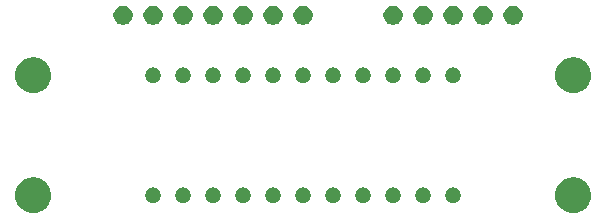
<source format=gbr>
G04 #@! TF.GenerationSoftware,KiCad,Pcbnew,(5.0.2)-1*
G04 #@! TF.CreationDate,2019-03-16T10:06:05-05:00*
G04 #@! TF.ProjectId,CCDBoard_Hardware,43434442-6f61-4726-945f-486172647761,rev?*
G04 #@! TF.SameCoordinates,Original*
G04 #@! TF.FileFunction,Soldermask,Bot*
G04 #@! TF.FilePolarity,Negative*
%FSLAX46Y46*%
G04 Gerber Fmt 4.6, Leading zero omitted, Abs format (unit mm)*
G04 Created by KiCad (PCBNEW (5.0.2)-1) date 3/16/2019 10:06:05 AM*
%MOMM*%
%LPD*%
G01*
G04 APERTURE LIST*
%ADD10C,0.100000*%
G04 APERTURE END LIST*
D10*
G36*
X48557357Y4034913D02*
X48704593Y4005626D01*
X48981979Y3890729D01*
X49229938Y3725047D01*
X49231624Y3723921D01*
X49443921Y3511624D01*
X49443923Y3511621D01*
X49610729Y3261979D01*
X49670818Y3116911D01*
X49725626Y2984592D01*
X49784200Y2690122D01*
X49784200Y2389878D01*
X49754913Y2242643D01*
X49725626Y2095407D01*
X49610729Y1818021D01*
X49445047Y1570062D01*
X49443921Y1568376D01*
X49231624Y1356079D01*
X49231621Y1356077D01*
X48981979Y1189271D01*
X48704593Y1074374D01*
X48557357Y1045087D01*
X48410122Y1015800D01*
X48109878Y1015800D01*
X47962643Y1045087D01*
X47815407Y1074374D01*
X47538021Y1189271D01*
X47288379Y1356077D01*
X47288376Y1356079D01*
X47076079Y1568376D01*
X47074953Y1570062D01*
X46909271Y1818021D01*
X46794374Y2095407D01*
X46765087Y2242643D01*
X46735800Y2389878D01*
X46735800Y2690122D01*
X46794374Y2984592D01*
X46849182Y3116911D01*
X46909271Y3261979D01*
X47076077Y3511621D01*
X47076079Y3511624D01*
X47288376Y3723921D01*
X47290062Y3725047D01*
X47538021Y3890729D01*
X47815407Y4005626D01*
X47962643Y4034913D01*
X48109878Y4064200D01*
X48410122Y4064200D01*
X48557357Y4034913D01*
X48557357Y4034913D01*
G37*
G36*
X2837357Y4034913D02*
X2984593Y4005626D01*
X3261979Y3890729D01*
X3509938Y3725047D01*
X3511624Y3723921D01*
X3723921Y3511624D01*
X3723923Y3511621D01*
X3890729Y3261979D01*
X3950818Y3116911D01*
X4005626Y2984592D01*
X4064200Y2690122D01*
X4064200Y2389878D01*
X4034913Y2242643D01*
X4005626Y2095407D01*
X3890729Y1818021D01*
X3725047Y1570062D01*
X3723921Y1568376D01*
X3511624Y1356079D01*
X3511621Y1356077D01*
X3261979Y1189271D01*
X2984593Y1074374D01*
X2837357Y1045087D01*
X2690122Y1015800D01*
X2389878Y1015800D01*
X2242643Y1045087D01*
X2095407Y1074374D01*
X1818021Y1189271D01*
X1568379Y1356077D01*
X1568376Y1356079D01*
X1356079Y1568376D01*
X1354953Y1570062D01*
X1189271Y1818021D01*
X1074374Y2095407D01*
X1045087Y2242643D01*
X1015800Y2389878D01*
X1015800Y2690122D01*
X1074374Y2984592D01*
X1129182Y3116911D01*
X1189271Y3261979D01*
X1356077Y3511621D01*
X1356079Y3511624D01*
X1568376Y3723921D01*
X1570062Y3725047D01*
X1818021Y3890729D01*
X2095407Y4005626D01*
X2242643Y4034913D01*
X2389878Y4064200D01*
X2690122Y4064200D01*
X2837357Y4034913D01*
X2837357Y4034913D01*
G37*
G36*
X20509890Y3165983D02*
X20628361Y3116911D01*
X20734992Y3045662D01*
X20825662Y2954992D01*
X20896911Y2848361D01*
X20945983Y2729890D01*
X20971000Y2604119D01*
X20971000Y2475881D01*
X20945983Y2350110D01*
X20896911Y2231639D01*
X20825662Y2125008D01*
X20734992Y2034338D01*
X20628361Y1963089D01*
X20509890Y1914017D01*
X20384119Y1889000D01*
X20255881Y1889000D01*
X20130110Y1914017D01*
X20011639Y1963089D01*
X19905008Y2034338D01*
X19814338Y2125008D01*
X19743089Y2231639D01*
X19694017Y2350110D01*
X19669000Y2475881D01*
X19669000Y2604119D01*
X19694017Y2729890D01*
X19743089Y2848361D01*
X19814338Y2954992D01*
X19905008Y3045662D01*
X20011639Y3116911D01*
X20130110Y3165983D01*
X20255881Y3191000D01*
X20384119Y3191000D01*
X20509890Y3165983D01*
X20509890Y3165983D01*
G37*
G36*
X15429890Y3165983D02*
X15548361Y3116911D01*
X15654992Y3045662D01*
X15745662Y2954992D01*
X15816911Y2848361D01*
X15865983Y2729890D01*
X15891000Y2604119D01*
X15891000Y2475881D01*
X15865983Y2350110D01*
X15816911Y2231639D01*
X15745662Y2125008D01*
X15654992Y2034338D01*
X15548361Y1963089D01*
X15429890Y1914017D01*
X15304119Y1889000D01*
X15175881Y1889000D01*
X15050110Y1914017D01*
X14931639Y1963089D01*
X14825008Y2034338D01*
X14734338Y2125008D01*
X14663089Y2231639D01*
X14614017Y2350110D01*
X14589000Y2475881D01*
X14589000Y2604119D01*
X14614017Y2729890D01*
X14663089Y2848361D01*
X14734338Y2954992D01*
X14825008Y3045662D01*
X14931639Y3116911D01*
X15050110Y3165983D01*
X15175881Y3191000D01*
X15304119Y3191000D01*
X15429890Y3165983D01*
X15429890Y3165983D01*
G37*
G36*
X17969890Y3165983D02*
X18088361Y3116911D01*
X18194992Y3045662D01*
X18285662Y2954992D01*
X18356911Y2848361D01*
X18405983Y2729890D01*
X18431000Y2604119D01*
X18431000Y2475881D01*
X18405983Y2350110D01*
X18356911Y2231639D01*
X18285662Y2125008D01*
X18194992Y2034338D01*
X18088361Y1963089D01*
X17969890Y1914017D01*
X17844119Y1889000D01*
X17715881Y1889000D01*
X17590110Y1914017D01*
X17471639Y1963089D01*
X17365008Y2034338D01*
X17274338Y2125008D01*
X17203089Y2231639D01*
X17154017Y2350110D01*
X17129000Y2475881D01*
X17129000Y2604119D01*
X17154017Y2729890D01*
X17203089Y2848361D01*
X17274338Y2954992D01*
X17365008Y3045662D01*
X17471639Y3116911D01*
X17590110Y3165983D01*
X17715881Y3191000D01*
X17844119Y3191000D01*
X17969890Y3165983D01*
X17969890Y3165983D01*
G37*
G36*
X23049890Y3165983D02*
X23168361Y3116911D01*
X23274992Y3045662D01*
X23365662Y2954992D01*
X23436911Y2848361D01*
X23485983Y2729890D01*
X23511000Y2604119D01*
X23511000Y2475881D01*
X23485983Y2350110D01*
X23436911Y2231639D01*
X23365662Y2125008D01*
X23274992Y2034338D01*
X23168361Y1963089D01*
X23049890Y1914017D01*
X22924119Y1889000D01*
X22795881Y1889000D01*
X22670110Y1914017D01*
X22551639Y1963089D01*
X22445008Y2034338D01*
X22354338Y2125008D01*
X22283089Y2231639D01*
X22234017Y2350110D01*
X22209000Y2475881D01*
X22209000Y2604119D01*
X22234017Y2729890D01*
X22283089Y2848361D01*
X22354338Y2954992D01*
X22445008Y3045662D01*
X22551639Y3116911D01*
X22670110Y3165983D01*
X22795881Y3191000D01*
X22924119Y3191000D01*
X23049890Y3165983D01*
X23049890Y3165983D01*
G37*
G36*
X25589890Y3165983D02*
X25708361Y3116911D01*
X25814992Y3045662D01*
X25905662Y2954992D01*
X25976911Y2848361D01*
X26025983Y2729890D01*
X26051000Y2604119D01*
X26051000Y2475881D01*
X26025983Y2350110D01*
X25976911Y2231639D01*
X25905662Y2125008D01*
X25814992Y2034338D01*
X25708361Y1963089D01*
X25589890Y1914017D01*
X25464119Y1889000D01*
X25335881Y1889000D01*
X25210110Y1914017D01*
X25091639Y1963089D01*
X24985008Y2034338D01*
X24894338Y2125008D01*
X24823089Y2231639D01*
X24774017Y2350110D01*
X24749000Y2475881D01*
X24749000Y2604119D01*
X24774017Y2729890D01*
X24823089Y2848361D01*
X24894338Y2954992D01*
X24985008Y3045662D01*
X25091639Y3116911D01*
X25210110Y3165983D01*
X25335881Y3191000D01*
X25464119Y3191000D01*
X25589890Y3165983D01*
X25589890Y3165983D01*
G37*
G36*
X28129890Y3165983D02*
X28248361Y3116911D01*
X28354992Y3045662D01*
X28445662Y2954992D01*
X28516911Y2848361D01*
X28565983Y2729890D01*
X28591000Y2604119D01*
X28591000Y2475881D01*
X28565983Y2350110D01*
X28516911Y2231639D01*
X28445662Y2125008D01*
X28354992Y2034338D01*
X28248361Y1963089D01*
X28129890Y1914017D01*
X28004119Y1889000D01*
X27875881Y1889000D01*
X27750110Y1914017D01*
X27631639Y1963089D01*
X27525008Y2034338D01*
X27434338Y2125008D01*
X27363089Y2231639D01*
X27314017Y2350110D01*
X27289000Y2475881D01*
X27289000Y2604119D01*
X27314017Y2729890D01*
X27363089Y2848361D01*
X27434338Y2954992D01*
X27525008Y3045662D01*
X27631639Y3116911D01*
X27750110Y3165983D01*
X27875881Y3191000D01*
X28004119Y3191000D01*
X28129890Y3165983D01*
X28129890Y3165983D01*
G37*
G36*
X30669890Y3165983D02*
X30788361Y3116911D01*
X30894992Y3045662D01*
X30985662Y2954992D01*
X31056911Y2848361D01*
X31105983Y2729890D01*
X31131000Y2604119D01*
X31131000Y2475881D01*
X31105983Y2350110D01*
X31056911Y2231639D01*
X30985662Y2125008D01*
X30894992Y2034338D01*
X30788361Y1963089D01*
X30669890Y1914017D01*
X30544119Y1889000D01*
X30415881Y1889000D01*
X30290110Y1914017D01*
X30171639Y1963089D01*
X30065008Y2034338D01*
X29974338Y2125008D01*
X29903089Y2231639D01*
X29854017Y2350110D01*
X29829000Y2475881D01*
X29829000Y2604119D01*
X29854017Y2729890D01*
X29903089Y2848361D01*
X29974338Y2954992D01*
X30065008Y3045662D01*
X30171639Y3116911D01*
X30290110Y3165983D01*
X30415881Y3191000D01*
X30544119Y3191000D01*
X30669890Y3165983D01*
X30669890Y3165983D01*
G37*
G36*
X33209890Y3165983D02*
X33328361Y3116911D01*
X33434992Y3045662D01*
X33525662Y2954992D01*
X33596911Y2848361D01*
X33645983Y2729890D01*
X33671000Y2604119D01*
X33671000Y2475881D01*
X33645983Y2350110D01*
X33596911Y2231639D01*
X33525662Y2125008D01*
X33434992Y2034338D01*
X33328361Y1963089D01*
X33209890Y1914017D01*
X33084119Y1889000D01*
X32955881Y1889000D01*
X32830110Y1914017D01*
X32711639Y1963089D01*
X32605008Y2034338D01*
X32514338Y2125008D01*
X32443089Y2231639D01*
X32394017Y2350110D01*
X32369000Y2475881D01*
X32369000Y2604119D01*
X32394017Y2729890D01*
X32443089Y2848361D01*
X32514338Y2954992D01*
X32605008Y3045662D01*
X32711639Y3116911D01*
X32830110Y3165983D01*
X32955881Y3191000D01*
X33084119Y3191000D01*
X33209890Y3165983D01*
X33209890Y3165983D01*
G37*
G36*
X35749890Y3165983D02*
X35868361Y3116911D01*
X35974992Y3045662D01*
X36065662Y2954992D01*
X36136911Y2848361D01*
X36185983Y2729890D01*
X36211000Y2604119D01*
X36211000Y2475881D01*
X36185983Y2350110D01*
X36136911Y2231639D01*
X36065662Y2125008D01*
X35974992Y2034338D01*
X35868361Y1963089D01*
X35749890Y1914017D01*
X35624119Y1889000D01*
X35495881Y1889000D01*
X35370110Y1914017D01*
X35251639Y1963089D01*
X35145008Y2034338D01*
X35054338Y2125008D01*
X34983089Y2231639D01*
X34934017Y2350110D01*
X34909000Y2475881D01*
X34909000Y2604119D01*
X34934017Y2729890D01*
X34983089Y2848361D01*
X35054338Y2954992D01*
X35145008Y3045662D01*
X35251639Y3116911D01*
X35370110Y3165983D01*
X35495881Y3191000D01*
X35624119Y3191000D01*
X35749890Y3165983D01*
X35749890Y3165983D01*
G37*
G36*
X38289890Y3165983D02*
X38408361Y3116911D01*
X38514992Y3045662D01*
X38605662Y2954992D01*
X38676911Y2848361D01*
X38725983Y2729890D01*
X38751000Y2604119D01*
X38751000Y2475881D01*
X38725983Y2350110D01*
X38676911Y2231639D01*
X38605662Y2125008D01*
X38514992Y2034338D01*
X38408361Y1963089D01*
X38289890Y1914017D01*
X38164119Y1889000D01*
X38035881Y1889000D01*
X37910110Y1914017D01*
X37791639Y1963089D01*
X37685008Y2034338D01*
X37594338Y2125008D01*
X37523089Y2231639D01*
X37474017Y2350110D01*
X37449000Y2475881D01*
X37449000Y2604119D01*
X37474017Y2729890D01*
X37523089Y2848361D01*
X37594338Y2954992D01*
X37685008Y3045662D01*
X37791639Y3116911D01*
X37910110Y3165983D01*
X38035881Y3191000D01*
X38164119Y3191000D01*
X38289890Y3165983D01*
X38289890Y3165983D01*
G37*
G36*
X12889890Y3165983D02*
X13008361Y3116911D01*
X13114992Y3045662D01*
X13205662Y2954992D01*
X13276911Y2848361D01*
X13325983Y2729890D01*
X13351000Y2604119D01*
X13351000Y2475881D01*
X13325983Y2350110D01*
X13276911Y2231639D01*
X13205662Y2125008D01*
X13114992Y2034338D01*
X13008361Y1963089D01*
X12889890Y1914017D01*
X12764119Y1889000D01*
X12635881Y1889000D01*
X12510110Y1914017D01*
X12391639Y1963089D01*
X12285008Y2034338D01*
X12194338Y2125008D01*
X12123089Y2231639D01*
X12074017Y2350110D01*
X12049000Y2475881D01*
X12049000Y2604119D01*
X12074017Y2729890D01*
X12123089Y2848361D01*
X12194338Y2954992D01*
X12285008Y3045662D01*
X12391639Y3116911D01*
X12510110Y3165983D01*
X12635881Y3191000D01*
X12764119Y3191000D01*
X12889890Y3165983D01*
X12889890Y3165983D01*
G37*
G36*
X2837357Y14194913D02*
X2984593Y14165626D01*
X3261979Y14050729D01*
X3509938Y13885047D01*
X3511624Y13883921D01*
X3723921Y13671624D01*
X3723923Y13671621D01*
X3890729Y13421979D01*
X3950818Y13276911D01*
X4005626Y13144592D01*
X4064200Y12850122D01*
X4064200Y12549878D01*
X4034913Y12402643D01*
X4005626Y12255407D01*
X3890729Y11978021D01*
X3725047Y11730062D01*
X3723921Y11728376D01*
X3511624Y11516079D01*
X3511621Y11516077D01*
X3261979Y11349271D01*
X2984593Y11234374D01*
X2837357Y11205087D01*
X2690122Y11175800D01*
X2389878Y11175800D01*
X2242643Y11205087D01*
X2095407Y11234374D01*
X1818021Y11349271D01*
X1568379Y11516077D01*
X1568376Y11516079D01*
X1356079Y11728376D01*
X1354953Y11730062D01*
X1189271Y11978021D01*
X1074374Y12255407D01*
X1045087Y12402643D01*
X1015800Y12549878D01*
X1015800Y12850122D01*
X1074374Y13144592D01*
X1129182Y13276911D01*
X1189271Y13421979D01*
X1356077Y13671621D01*
X1356079Y13671624D01*
X1568376Y13883921D01*
X1570062Y13885047D01*
X1818021Y14050729D01*
X2095407Y14165626D01*
X2242643Y14194913D01*
X2389878Y14224200D01*
X2690122Y14224200D01*
X2837357Y14194913D01*
X2837357Y14194913D01*
G37*
G36*
X48557357Y14194913D02*
X48704593Y14165626D01*
X48981979Y14050729D01*
X49229938Y13885047D01*
X49231624Y13883921D01*
X49443921Y13671624D01*
X49443923Y13671621D01*
X49610729Y13421979D01*
X49670818Y13276911D01*
X49725626Y13144592D01*
X49784200Y12850122D01*
X49784200Y12549878D01*
X49754913Y12402643D01*
X49725626Y12255407D01*
X49610729Y11978021D01*
X49445047Y11730062D01*
X49443921Y11728376D01*
X49231624Y11516079D01*
X49231621Y11516077D01*
X48981979Y11349271D01*
X48704593Y11234374D01*
X48557357Y11205087D01*
X48410122Y11175800D01*
X48109878Y11175800D01*
X47962643Y11205087D01*
X47815407Y11234374D01*
X47538021Y11349271D01*
X47288379Y11516077D01*
X47288376Y11516079D01*
X47076079Y11728376D01*
X47074953Y11730062D01*
X46909271Y11978021D01*
X46794374Y12255407D01*
X46765087Y12402643D01*
X46735800Y12549878D01*
X46735800Y12850122D01*
X46794374Y13144592D01*
X46849182Y13276911D01*
X46909271Y13421979D01*
X47076077Y13671621D01*
X47076079Y13671624D01*
X47288376Y13883921D01*
X47290062Y13885047D01*
X47538021Y14050729D01*
X47815407Y14165626D01*
X47962643Y14194913D01*
X48109878Y14224200D01*
X48410122Y14224200D01*
X48557357Y14194913D01*
X48557357Y14194913D01*
G37*
G36*
X25589890Y13325983D02*
X25708361Y13276911D01*
X25814992Y13205662D01*
X25905662Y13114992D01*
X25976911Y13008361D01*
X26025983Y12889890D01*
X26051000Y12764119D01*
X26051000Y12635881D01*
X26025983Y12510110D01*
X25976911Y12391639D01*
X25905662Y12285008D01*
X25814992Y12194338D01*
X25708361Y12123089D01*
X25589890Y12074017D01*
X25464119Y12049000D01*
X25335881Y12049000D01*
X25210110Y12074017D01*
X25091639Y12123089D01*
X24985008Y12194338D01*
X24894338Y12285008D01*
X24823089Y12391639D01*
X24774017Y12510110D01*
X24749000Y12635881D01*
X24749000Y12764119D01*
X24774017Y12889890D01*
X24823089Y13008361D01*
X24894338Y13114992D01*
X24985008Y13205662D01*
X25091639Y13276911D01*
X25210110Y13325983D01*
X25335881Y13351000D01*
X25464119Y13351000D01*
X25589890Y13325983D01*
X25589890Y13325983D01*
G37*
G36*
X28129890Y13325983D02*
X28248361Y13276911D01*
X28354992Y13205662D01*
X28445662Y13114992D01*
X28516911Y13008361D01*
X28565983Y12889890D01*
X28591000Y12764119D01*
X28591000Y12635881D01*
X28565983Y12510110D01*
X28516911Y12391639D01*
X28445662Y12285008D01*
X28354992Y12194338D01*
X28248361Y12123089D01*
X28129890Y12074017D01*
X28004119Y12049000D01*
X27875881Y12049000D01*
X27750110Y12074017D01*
X27631639Y12123089D01*
X27525008Y12194338D01*
X27434338Y12285008D01*
X27363089Y12391639D01*
X27314017Y12510110D01*
X27289000Y12635881D01*
X27289000Y12764119D01*
X27314017Y12889890D01*
X27363089Y13008361D01*
X27434338Y13114992D01*
X27525008Y13205662D01*
X27631639Y13276911D01*
X27750110Y13325983D01*
X27875881Y13351000D01*
X28004119Y13351000D01*
X28129890Y13325983D01*
X28129890Y13325983D01*
G37*
G36*
X30669890Y13325983D02*
X30788361Y13276911D01*
X30894992Y13205662D01*
X30985662Y13114992D01*
X31056911Y13008361D01*
X31105983Y12889890D01*
X31131000Y12764119D01*
X31131000Y12635881D01*
X31105983Y12510110D01*
X31056911Y12391639D01*
X30985662Y12285008D01*
X30894992Y12194338D01*
X30788361Y12123089D01*
X30669890Y12074017D01*
X30544119Y12049000D01*
X30415881Y12049000D01*
X30290110Y12074017D01*
X30171639Y12123089D01*
X30065008Y12194338D01*
X29974338Y12285008D01*
X29903089Y12391639D01*
X29854017Y12510110D01*
X29829000Y12635881D01*
X29829000Y12764119D01*
X29854017Y12889890D01*
X29903089Y13008361D01*
X29974338Y13114992D01*
X30065008Y13205662D01*
X30171639Y13276911D01*
X30290110Y13325983D01*
X30415881Y13351000D01*
X30544119Y13351000D01*
X30669890Y13325983D01*
X30669890Y13325983D01*
G37*
G36*
X33209890Y13325983D02*
X33328361Y13276911D01*
X33434992Y13205662D01*
X33525662Y13114992D01*
X33596911Y13008361D01*
X33645983Y12889890D01*
X33671000Y12764119D01*
X33671000Y12635881D01*
X33645983Y12510110D01*
X33596911Y12391639D01*
X33525662Y12285008D01*
X33434992Y12194338D01*
X33328361Y12123089D01*
X33209890Y12074017D01*
X33084119Y12049000D01*
X32955881Y12049000D01*
X32830110Y12074017D01*
X32711639Y12123089D01*
X32605008Y12194338D01*
X32514338Y12285008D01*
X32443089Y12391639D01*
X32394017Y12510110D01*
X32369000Y12635881D01*
X32369000Y12764119D01*
X32394017Y12889890D01*
X32443089Y13008361D01*
X32514338Y13114992D01*
X32605008Y13205662D01*
X32711639Y13276911D01*
X32830110Y13325983D01*
X32955881Y13351000D01*
X33084119Y13351000D01*
X33209890Y13325983D01*
X33209890Y13325983D01*
G37*
G36*
X38289890Y13325983D02*
X38408361Y13276911D01*
X38514992Y13205662D01*
X38605662Y13114992D01*
X38676911Y13008361D01*
X38725983Y12889890D01*
X38751000Y12764119D01*
X38751000Y12635881D01*
X38725983Y12510110D01*
X38676911Y12391639D01*
X38605662Y12285008D01*
X38514992Y12194338D01*
X38408361Y12123089D01*
X38289890Y12074017D01*
X38164119Y12049000D01*
X38035881Y12049000D01*
X37910110Y12074017D01*
X37791639Y12123089D01*
X37685008Y12194338D01*
X37594338Y12285008D01*
X37523089Y12391639D01*
X37474017Y12510110D01*
X37449000Y12635881D01*
X37449000Y12764119D01*
X37474017Y12889890D01*
X37523089Y13008361D01*
X37594338Y13114992D01*
X37685008Y13205662D01*
X37791639Y13276911D01*
X37910110Y13325983D01*
X38035881Y13351000D01*
X38164119Y13351000D01*
X38289890Y13325983D01*
X38289890Y13325983D01*
G37*
G36*
X23049890Y13325983D02*
X23168361Y13276911D01*
X23274992Y13205662D01*
X23365662Y13114992D01*
X23436911Y13008361D01*
X23485983Y12889890D01*
X23511000Y12764119D01*
X23511000Y12635881D01*
X23485983Y12510110D01*
X23436911Y12391639D01*
X23365662Y12285008D01*
X23274992Y12194338D01*
X23168361Y12123089D01*
X23049890Y12074017D01*
X22924119Y12049000D01*
X22795881Y12049000D01*
X22670110Y12074017D01*
X22551639Y12123089D01*
X22445008Y12194338D01*
X22354338Y12285008D01*
X22283089Y12391639D01*
X22234017Y12510110D01*
X22209000Y12635881D01*
X22209000Y12764119D01*
X22234017Y12889890D01*
X22283089Y13008361D01*
X22354338Y13114992D01*
X22445008Y13205662D01*
X22551639Y13276911D01*
X22670110Y13325983D01*
X22795881Y13351000D01*
X22924119Y13351000D01*
X23049890Y13325983D01*
X23049890Y13325983D01*
G37*
G36*
X15429890Y13325983D02*
X15548361Y13276911D01*
X15654992Y13205662D01*
X15745662Y13114992D01*
X15816911Y13008361D01*
X15865983Y12889890D01*
X15891000Y12764119D01*
X15891000Y12635881D01*
X15865983Y12510110D01*
X15816911Y12391639D01*
X15745662Y12285008D01*
X15654992Y12194338D01*
X15548361Y12123089D01*
X15429890Y12074017D01*
X15304119Y12049000D01*
X15175881Y12049000D01*
X15050110Y12074017D01*
X14931639Y12123089D01*
X14825008Y12194338D01*
X14734338Y12285008D01*
X14663089Y12391639D01*
X14614017Y12510110D01*
X14589000Y12635881D01*
X14589000Y12764119D01*
X14614017Y12889890D01*
X14663089Y13008361D01*
X14734338Y13114992D01*
X14825008Y13205662D01*
X14931639Y13276911D01*
X15050110Y13325983D01*
X15175881Y13351000D01*
X15304119Y13351000D01*
X15429890Y13325983D01*
X15429890Y13325983D01*
G37*
G36*
X12889890Y13325983D02*
X13008361Y13276911D01*
X13114992Y13205662D01*
X13205662Y13114992D01*
X13276911Y13008361D01*
X13325983Y12889890D01*
X13351000Y12764119D01*
X13351000Y12635881D01*
X13325983Y12510110D01*
X13276911Y12391639D01*
X13205662Y12285008D01*
X13114992Y12194338D01*
X13008361Y12123089D01*
X12889890Y12074017D01*
X12764119Y12049000D01*
X12635881Y12049000D01*
X12510110Y12074017D01*
X12391639Y12123089D01*
X12285008Y12194338D01*
X12194338Y12285008D01*
X12123089Y12391639D01*
X12074017Y12510110D01*
X12049000Y12635881D01*
X12049000Y12764119D01*
X12074017Y12889890D01*
X12123089Y13008361D01*
X12194338Y13114992D01*
X12285008Y13205662D01*
X12391639Y13276911D01*
X12510110Y13325983D01*
X12635881Y13351000D01*
X12764119Y13351000D01*
X12889890Y13325983D01*
X12889890Y13325983D01*
G37*
G36*
X35749890Y13325983D02*
X35868361Y13276911D01*
X35974992Y13205662D01*
X36065662Y13114992D01*
X36136911Y13008361D01*
X36185983Y12889890D01*
X36211000Y12764119D01*
X36211000Y12635881D01*
X36185983Y12510110D01*
X36136911Y12391639D01*
X36065662Y12285008D01*
X35974992Y12194338D01*
X35868361Y12123089D01*
X35749890Y12074017D01*
X35624119Y12049000D01*
X35495881Y12049000D01*
X35370110Y12074017D01*
X35251639Y12123089D01*
X35145008Y12194338D01*
X35054338Y12285008D01*
X34983089Y12391639D01*
X34934017Y12510110D01*
X34909000Y12635881D01*
X34909000Y12764119D01*
X34934017Y12889890D01*
X34983089Y13008361D01*
X35054338Y13114992D01*
X35145008Y13205662D01*
X35251639Y13276911D01*
X35370110Y13325983D01*
X35495881Y13351000D01*
X35624119Y13351000D01*
X35749890Y13325983D01*
X35749890Y13325983D01*
G37*
G36*
X17969890Y13325983D02*
X18088361Y13276911D01*
X18194992Y13205662D01*
X18285662Y13114992D01*
X18356911Y13008361D01*
X18405983Y12889890D01*
X18431000Y12764119D01*
X18431000Y12635881D01*
X18405983Y12510110D01*
X18356911Y12391639D01*
X18285662Y12285008D01*
X18194992Y12194338D01*
X18088361Y12123089D01*
X17969890Y12074017D01*
X17844119Y12049000D01*
X17715881Y12049000D01*
X17590110Y12074017D01*
X17471639Y12123089D01*
X17365008Y12194338D01*
X17274338Y12285008D01*
X17203089Y12391639D01*
X17154017Y12510110D01*
X17129000Y12635881D01*
X17129000Y12764119D01*
X17154017Y12889890D01*
X17203089Y13008361D01*
X17274338Y13114992D01*
X17365008Y13205662D01*
X17471639Y13276911D01*
X17590110Y13325983D01*
X17715881Y13351000D01*
X17844119Y13351000D01*
X17969890Y13325983D01*
X17969890Y13325983D01*
G37*
G36*
X20509890Y13325983D02*
X20628361Y13276911D01*
X20734992Y13205662D01*
X20825662Y13114992D01*
X20896911Y13008361D01*
X20945983Y12889890D01*
X20971000Y12764119D01*
X20971000Y12635881D01*
X20945983Y12510110D01*
X20896911Y12391639D01*
X20825662Y12285008D01*
X20734992Y12194338D01*
X20628361Y12123089D01*
X20509890Y12074017D01*
X20384119Y12049000D01*
X20255881Y12049000D01*
X20130110Y12074017D01*
X20011639Y12123089D01*
X19905008Y12194338D01*
X19814338Y12285008D01*
X19743089Y12391639D01*
X19694017Y12510110D01*
X19669000Y12635881D01*
X19669000Y12764119D01*
X19694017Y12889890D01*
X19743089Y13008361D01*
X19814338Y13114992D01*
X19905008Y13205662D01*
X20011639Y13276911D01*
X20130110Y13325983D01*
X20255881Y13351000D01*
X20384119Y13351000D01*
X20509890Y13325983D01*
X20509890Y13325983D01*
G37*
G36*
X33257142Y18561758D02*
X33405102Y18500470D01*
X33538258Y18411498D01*
X33651498Y18298258D01*
X33740470Y18165102D01*
X33801758Y18017142D01*
X33833000Y17860075D01*
X33833000Y17699925D01*
X33801758Y17542858D01*
X33740470Y17394898D01*
X33651498Y17261742D01*
X33538258Y17148502D01*
X33405102Y17059530D01*
X33257142Y16998242D01*
X33100075Y16967000D01*
X32939925Y16967000D01*
X32782858Y16998242D01*
X32634898Y17059530D01*
X32501742Y17148502D01*
X32388502Y17261742D01*
X32299530Y17394898D01*
X32238242Y17542858D01*
X32207000Y17699925D01*
X32207000Y17860075D01*
X32238242Y18017142D01*
X32299530Y18165102D01*
X32388502Y18298258D01*
X32501742Y18411498D01*
X32634898Y18500470D01*
X32782858Y18561758D01*
X32939925Y18593000D01*
X33100075Y18593000D01*
X33257142Y18561758D01*
X33257142Y18561758D01*
G37*
G36*
X23097142Y18561758D02*
X23245102Y18500470D01*
X23378258Y18411498D01*
X23491498Y18298258D01*
X23580470Y18165102D01*
X23641758Y18017142D01*
X23673000Y17860075D01*
X23673000Y17699925D01*
X23641758Y17542858D01*
X23580470Y17394898D01*
X23491498Y17261742D01*
X23378258Y17148502D01*
X23245102Y17059530D01*
X23097142Y16998242D01*
X22940075Y16967000D01*
X22779925Y16967000D01*
X22622858Y16998242D01*
X22474898Y17059530D01*
X22341742Y17148502D01*
X22228502Y17261742D01*
X22139530Y17394898D01*
X22078242Y17542858D01*
X22047000Y17699925D01*
X22047000Y17860075D01*
X22078242Y18017142D01*
X22139530Y18165102D01*
X22228502Y18298258D01*
X22341742Y18411498D01*
X22474898Y18500470D01*
X22622858Y18561758D01*
X22779925Y18593000D01*
X22940075Y18593000D01*
X23097142Y18561758D01*
X23097142Y18561758D01*
G37*
G36*
X20557142Y18561758D02*
X20705102Y18500470D01*
X20838258Y18411498D01*
X20951498Y18298258D01*
X21040470Y18165102D01*
X21101758Y18017142D01*
X21133000Y17860075D01*
X21133000Y17699925D01*
X21101758Y17542858D01*
X21040470Y17394898D01*
X20951498Y17261742D01*
X20838258Y17148502D01*
X20705102Y17059530D01*
X20557142Y16998242D01*
X20400075Y16967000D01*
X20239925Y16967000D01*
X20082858Y16998242D01*
X19934898Y17059530D01*
X19801742Y17148502D01*
X19688502Y17261742D01*
X19599530Y17394898D01*
X19538242Y17542858D01*
X19507000Y17699925D01*
X19507000Y17860075D01*
X19538242Y18017142D01*
X19599530Y18165102D01*
X19688502Y18298258D01*
X19801742Y18411498D01*
X19934898Y18500470D01*
X20082858Y18561758D01*
X20239925Y18593000D01*
X20400075Y18593000D01*
X20557142Y18561758D01*
X20557142Y18561758D01*
G37*
G36*
X18017142Y18561758D02*
X18165102Y18500470D01*
X18298258Y18411498D01*
X18411498Y18298258D01*
X18500470Y18165102D01*
X18561758Y18017142D01*
X18593000Y17860075D01*
X18593000Y17699925D01*
X18561758Y17542858D01*
X18500470Y17394898D01*
X18411498Y17261742D01*
X18298258Y17148502D01*
X18165102Y17059530D01*
X18017142Y16998242D01*
X17860075Y16967000D01*
X17699925Y16967000D01*
X17542858Y16998242D01*
X17394898Y17059530D01*
X17261742Y17148502D01*
X17148502Y17261742D01*
X17059530Y17394898D01*
X16998242Y17542858D01*
X16967000Y17699925D01*
X16967000Y17860075D01*
X16998242Y18017142D01*
X17059530Y18165102D01*
X17148502Y18298258D01*
X17261742Y18411498D01*
X17394898Y18500470D01*
X17542858Y18561758D01*
X17699925Y18593000D01*
X17860075Y18593000D01*
X18017142Y18561758D01*
X18017142Y18561758D01*
G37*
G36*
X15477142Y18561758D02*
X15625102Y18500470D01*
X15758258Y18411498D01*
X15871498Y18298258D01*
X15960470Y18165102D01*
X16021758Y18017142D01*
X16053000Y17860075D01*
X16053000Y17699925D01*
X16021758Y17542858D01*
X15960470Y17394898D01*
X15871498Y17261742D01*
X15758258Y17148502D01*
X15625102Y17059530D01*
X15477142Y16998242D01*
X15320075Y16967000D01*
X15159925Y16967000D01*
X15002858Y16998242D01*
X14854898Y17059530D01*
X14721742Y17148502D01*
X14608502Y17261742D01*
X14519530Y17394898D01*
X14458242Y17542858D01*
X14427000Y17699925D01*
X14427000Y17860075D01*
X14458242Y18017142D01*
X14519530Y18165102D01*
X14608502Y18298258D01*
X14721742Y18411498D01*
X14854898Y18500470D01*
X15002858Y18561758D01*
X15159925Y18593000D01*
X15320075Y18593000D01*
X15477142Y18561758D01*
X15477142Y18561758D01*
G37*
G36*
X12937142Y18561758D02*
X13085102Y18500470D01*
X13218258Y18411498D01*
X13331498Y18298258D01*
X13420470Y18165102D01*
X13481758Y18017142D01*
X13513000Y17860075D01*
X13513000Y17699925D01*
X13481758Y17542858D01*
X13420470Y17394898D01*
X13331498Y17261742D01*
X13218258Y17148502D01*
X13085102Y17059530D01*
X12937142Y16998242D01*
X12780075Y16967000D01*
X12619925Y16967000D01*
X12462858Y16998242D01*
X12314898Y17059530D01*
X12181742Y17148502D01*
X12068502Y17261742D01*
X11979530Y17394898D01*
X11918242Y17542858D01*
X11887000Y17699925D01*
X11887000Y17860075D01*
X11918242Y18017142D01*
X11979530Y18165102D01*
X12068502Y18298258D01*
X12181742Y18411498D01*
X12314898Y18500470D01*
X12462858Y18561758D01*
X12619925Y18593000D01*
X12780075Y18593000D01*
X12937142Y18561758D01*
X12937142Y18561758D01*
G37*
G36*
X10397142Y18561758D02*
X10545102Y18500470D01*
X10678258Y18411498D01*
X10791498Y18298258D01*
X10880470Y18165102D01*
X10941758Y18017142D01*
X10973000Y17860075D01*
X10973000Y17699925D01*
X10941758Y17542858D01*
X10880470Y17394898D01*
X10791498Y17261742D01*
X10678258Y17148502D01*
X10545102Y17059530D01*
X10397142Y16998242D01*
X10240075Y16967000D01*
X10079925Y16967000D01*
X9922858Y16998242D01*
X9774898Y17059530D01*
X9641742Y17148502D01*
X9528502Y17261742D01*
X9439530Y17394898D01*
X9378242Y17542858D01*
X9347000Y17699925D01*
X9347000Y17860075D01*
X9378242Y18017142D01*
X9439530Y18165102D01*
X9528502Y18298258D01*
X9641742Y18411498D01*
X9774898Y18500470D01*
X9922858Y18561758D01*
X10079925Y18593000D01*
X10240075Y18593000D01*
X10397142Y18561758D01*
X10397142Y18561758D01*
G37*
G36*
X43417142Y18561758D02*
X43565102Y18500470D01*
X43698258Y18411498D01*
X43811498Y18298258D01*
X43900470Y18165102D01*
X43961758Y18017142D01*
X43993000Y17860075D01*
X43993000Y17699925D01*
X43961758Y17542858D01*
X43900470Y17394898D01*
X43811498Y17261742D01*
X43698258Y17148502D01*
X43565102Y17059530D01*
X43417142Y16998242D01*
X43260075Y16967000D01*
X43099925Y16967000D01*
X42942858Y16998242D01*
X42794898Y17059530D01*
X42661742Y17148502D01*
X42548502Y17261742D01*
X42459530Y17394898D01*
X42398242Y17542858D01*
X42367000Y17699925D01*
X42367000Y17860075D01*
X42398242Y18017142D01*
X42459530Y18165102D01*
X42548502Y18298258D01*
X42661742Y18411498D01*
X42794898Y18500470D01*
X42942858Y18561758D01*
X43099925Y18593000D01*
X43260075Y18593000D01*
X43417142Y18561758D01*
X43417142Y18561758D01*
G37*
G36*
X40877142Y18561758D02*
X41025102Y18500470D01*
X41158258Y18411498D01*
X41271498Y18298258D01*
X41360470Y18165102D01*
X41421758Y18017142D01*
X41453000Y17860075D01*
X41453000Y17699925D01*
X41421758Y17542858D01*
X41360470Y17394898D01*
X41271498Y17261742D01*
X41158258Y17148502D01*
X41025102Y17059530D01*
X40877142Y16998242D01*
X40720075Y16967000D01*
X40559925Y16967000D01*
X40402858Y16998242D01*
X40254898Y17059530D01*
X40121742Y17148502D01*
X40008502Y17261742D01*
X39919530Y17394898D01*
X39858242Y17542858D01*
X39827000Y17699925D01*
X39827000Y17860075D01*
X39858242Y18017142D01*
X39919530Y18165102D01*
X40008502Y18298258D01*
X40121742Y18411498D01*
X40254898Y18500470D01*
X40402858Y18561758D01*
X40559925Y18593000D01*
X40720075Y18593000D01*
X40877142Y18561758D01*
X40877142Y18561758D01*
G37*
G36*
X38337142Y18561758D02*
X38485102Y18500470D01*
X38618258Y18411498D01*
X38731498Y18298258D01*
X38820470Y18165102D01*
X38881758Y18017142D01*
X38913000Y17860075D01*
X38913000Y17699925D01*
X38881758Y17542858D01*
X38820470Y17394898D01*
X38731498Y17261742D01*
X38618258Y17148502D01*
X38485102Y17059530D01*
X38337142Y16998242D01*
X38180075Y16967000D01*
X38019925Y16967000D01*
X37862858Y16998242D01*
X37714898Y17059530D01*
X37581742Y17148502D01*
X37468502Y17261742D01*
X37379530Y17394898D01*
X37318242Y17542858D01*
X37287000Y17699925D01*
X37287000Y17860075D01*
X37318242Y18017142D01*
X37379530Y18165102D01*
X37468502Y18298258D01*
X37581742Y18411498D01*
X37714898Y18500470D01*
X37862858Y18561758D01*
X38019925Y18593000D01*
X38180075Y18593000D01*
X38337142Y18561758D01*
X38337142Y18561758D01*
G37*
G36*
X25637142Y18561758D02*
X25785102Y18500470D01*
X25918258Y18411498D01*
X26031498Y18298258D01*
X26120470Y18165102D01*
X26181758Y18017142D01*
X26213000Y17860075D01*
X26213000Y17699925D01*
X26181758Y17542858D01*
X26120470Y17394898D01*
X26031498Y17261742D01*
X25918258Y17148502D01*
X25785102Y17059530D01*
X25637142Y16998242D01*
X25480075Y16967000D01*
X25319925Y16967000D01*
X25162858Y16998242D01*
X25014898Y17059530D01*
X24881742Y17148502D01*
X24768502Y17261742D01*
X24679530Y17394898D01*
X24618242Y17542858D01*
X24587000Y17699925D01*
X24587000Y17860075D01*
X24618242Y18017142D01*
X24679530Y18165102D01*
X24768502Y18298258D01*
X24881742Y18411498D01*
X25014898Y18500470D01*
X25162858Y18561758D01*
X25319925Y18593000D01*
X25480075Y18593000D01*
X25637142Y18561758D01*
X25637142Y18561758D01*
G37*
G36*
X35797142Y18561758D02*
X35945102Y18500470D01*
X36078258Y18411498D01*
X36191498Y18298258D01*
X36280470Y18165102D01*
X36341758Y18017142D01*
X36373000Y17860075D01*
X36373000Y17699925D01*
X36341758Y17542858D01*
X36280470Y17394898D01*
X36191498Y17261742D01*
X36078258Y17148502D01*
X35945102Y17059530D01*
X35797142Y16998242D01*
X35640075Y16967000D01*
X35479925Y16967000D01*
X35322858Y16998242D01*
X35174898Y17059530D01*
X35041742Y17148502D01*
X34928502Y17261742D01*
X34839530Y17394898D01*
X34778242Y17542858D01*
X34747000Y17699925D01*
X34747000Y17860075D01*
X34778242Y18017142D01*
X34839530Y18165102D01*
X34928502Y18298258D01*
X35041742Y18411498D01*
X35174898Y18500470D01*
X35322858Y18561758D01*
X35479925Y18593000D01*
X35640075Y18593000D01*
X35797142Y18561758D01*
X35797142Y18561758D01*
G37*
M02*

</source>
